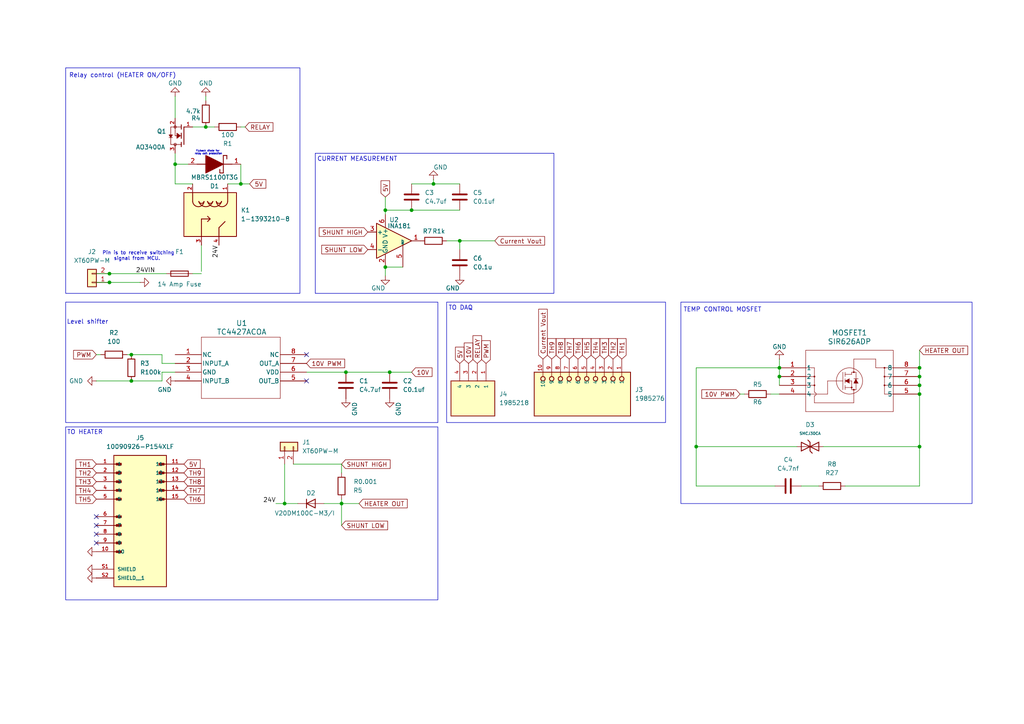
<source format=kicad_sch>
(kicad_sch (version 20250114) (generator "eeschema") (generator_version "9.0")
  (paper "A4")
  (lib_symbols
    (symbol "1-1393210-8:1-1393210-8" (pin_names (offset 1.016))
      (property "Reference" "K" (at -7.6217 8.1298 0))
      (property "Value" "1-1393210-8" (at -7.626 -10.1679 0))
      (symbol "1-1393210-8_0_0"
        (polyline (pts (xy -7.62 5.08) (xy -5.08 5.08)) (stroke (width 0.254)))
        (polyline (pts (xy -7.62 -5.08) (xy -5.08 -5.08)) (stroke (width 0.254)))
        (rectangle (start -7.62 -7.62) (end 5.08 7.62) (stroke (width 0.254)) (fill (type background)))
        (arc (start -5.08 0.762) (mid -3.556 -1.2604) (end -5.08 -3.302) (stroke (width 0.254)))
        (arc (start -5.08 3.302) (mid -3.5407 1.2593) (end -5.08 -0.762) (stroke (width 0.254)))
        (arc (start -5.08 3.302) (mid -4.5085 2.54) (end -5.08 1.778) (stroke (width 0.254)))
        (arc (start -5.08 0.762) (mid -4.5085 0) (end -5.08 -0.762) (stroke (width 0.254)))
        (arc (start -5.08 -1.778) (mid -4.5085 -2.54) (end -5.08 -3.302) (stroke (width 0.254)))
        (arc (start -5.08 5.08) (mid -3.5512 3.4405) (end -5.08 1.778) (stroke (width 0.254)))
        (arc (start -5.08 -1.778) (mid -3.5512 -3.4175) (end -5.08 -5.08) (stroke (width 0.254)))
        (polyline (pts (xy 0 0) (xy -0.762 -0.762)) (stroke (width 0.254)))
        (polyline (pts (xy 0 0) (xy 0.762 -0.762)) (stroke (width 0.254)))
        (polyline (pts (xy 0 -2.54) (xy 0 0)) (stroke (width 0.254)))
        (polyline (pts (xy 2.54 2.54) (xy 0.762 4.318)) (stroke (width 0.254)))
        (polyline (pts (xy 5.08 2.54) (xy 2.54 2.54)) (stroke (width 0.254)))
        (polyline (pts (xy 5.08 -2.54) (xy 0 -2.54)) (stroke (width 0.254)))
        (pin passive line (at -10.16 5.08 0) (length 2.54) (name "~") (number "1"))
        (pin passive line (at -10.16 -5.08 0) (length 2.54) (name "~") (number "2"))
        (pin passive line (at 7.62 2.54 180) (length 2.54) (name "~") (number "4"))
        (pin passive line (at 7.62 -2.54 180) (length 2.54) (name "~") (number "3"))
      )
    )
    (symbol "10090926-P154XLF:10090926-P154XLF" (pin_names (offset 1.016))
      (property "Reference" "J" (at -7.62 19.05 0))
      (property "Value" "10090926-P154XLF" (at -7.62 -22.86 0))
      (symbol "10090926-P154XLF_0_0"
        (polyline (pts (xy -7.62 15.24) (xy -5.715 15.24)) (stroke (width 0.254)))
        (polyline (pts (xy -7.62 12.7) (xy -5.715 12.7)) (stroke (width 0.254)))
        (polyline (pts (xy -7.62 10.16) (xy -5.715 10.16)) (stroke (width 0.254)))
        (polyline (pts (xy -7.62 7.62) (xy -5.715 7.62)) (stroke (width 0.254)))
        (polyline (pts (xy -7.62 5.08) (xy -5.715 5.08)) (stroke (width 0.254)))
        (polyline (pts (xy -7.62 0) (xy -5.715 0)) (stroke (width 0.254)))
        (polyline (pts (xy -7.62 -2.54) (xy -5.715 -2.54)) (stroke (width 0.254)))
        (polyline (pts (xy -7.62 -5.08) (xy -5.715 -5.08)) (stroke (width 0.254)))
        (polyline (pts (xy -7.62 -7.62) (xy -5.715 -7.62)) (stroke (width 0.254)))
        (polyline (pts (xy -7.62 -10.16) (xy -5.715 -10.16)) (stroke (width 0.254)))
        (rectangle (start -7.62 -20.32) (end 7.62 17.78) (stroke (width 0.254)) (fill (type background)))
        (rectangle (start -6.985 14.9225) (end -5.3975 15.5575) (stroke (width 0.1)) (fill (type outline)))
        (rectangle (start -6.985 12.3825) (end -5.3975 13.0175) (stroke (width 0.1)) (fill (type outline)))
        (rectangle (start -6.985 9.8425) (end -5.3975 10.4775) (stroke (width 0.1)) (fill (type outline)))
        (rectangle (start -6.985 7.3025) (end -5.3975 7.9375) (stroke (width 0.1)) (fill (type outline)))
        (rectangle (start -6.985 4.7625) (end -5.3975 5.3975) (stroke (width 0.1)) (fill (type outline)))
        (rectangle (start -6.985 -0.3175) (end -5.3975 0.3175) (stroke (width 0.1)) (fill (type outline)))
        (rectangle (start -6.985 -2.8575) (end -5.3975 -2.2225) (stroke (width 0.1)) (fill (type outline)))
        (rectangle (start -6.985 -5.3975) (end -5.3975 -4.7625) (stroke (width 0.1)) (fill (type outline)))
        (rectangle (start -6.985 -7.9375) (end -5.3975 -7.3025) (stroke (width 0.1)) (fill (type outline)))
        (rectangle (start -6.985 -10.4775) (end -5.3975 -9.8425) (stroke (width 0.1)) (fill (type outline)))
        (rectangle (start 5.3975 14.9225) (end 6.985 15.5575) (stroke (width 0.1)) (fill (type outline)))
        (rectangle (start 5.3975 12.3825) (end 6.985 13.0175) (stroke (width 0.1)) (fill (type outline)))
        (rectangle (start 5.3975 9.8425) (end 6.985 10.4775) (stroke (width 0.1)) (fill (type outline)))
        (rectangle (start 5.3975 7.3025) (end 6.985 7.9375) (stroke (width 0.1)) (fill (type outline)))
        (rectangle (start 5.3975 4.7625) (end 6.985 5.3975) (stroke (width 0.1)) (fill (type outline)))
        (polyline (pts (xy 7.62 15.24) (xy 5.715 15.24)) (stroke (width 0.254)))
        (polyline (pts (xy 7.62 12.7) (xy 5.715 12.7)) (stroke (width 0.254)))
        (polyline (pts (xy 7.62 10.16) (xy 5.715 10.16)) (stroke (width 0.254)))
        (polyline (pts (xy 7.62 7.62) (xy 5.715 7.62)) (stroke (width 0.254)))
        (polyline (pts (xy 7.62 5.08) (xy 5.715 5.08)) (stroke (width 0.254)))
        (pin passive line (at -12.7 15.24 0) (length 5.08) (name "1") (number "1"))
        (pin passive line (at -12.7 12.7 0) (length 5.08) (name "2") (number "2"))
        (pin passive line (at -12.7 10.16 0) (length 5.08) (name "3") (number "3"))
        (pin passive line (at -12.7 7.62 0) (length 5.08) (name "4") (number "4"))
        (pin passive line (at -12.7 5.08 0) (length 5.08) (name "5") (number "5"))
        (pin passive line (at -12.7 0 0) (length 5.08) (name "6") (number "6"))
        (pin passive line (at -12.7 -2.54 0) (length 5.08) (name "7") (number "7"))
        (pin passive line (at -12.7 -5.08 0) (length 5.08) (name "8") (number "8"))
        (pin passive line (at -12.7 -7.62 0) (length 5.08) (name "9") (number "9"))
        (pin passive line (at -12.7 -10.16 0) (length 5.08) (name "10") (number "10"))
        (pin passive line (at -12.7 -15.24 0) (length 5.08) (name "SHIELD") (number "S1"))
        (pin passive line (at -12.7 -17.78 0) (length 5.08) (name "SHIELD__1") (number "S2"))
        (pin passive line (at 12.7 15.24 180) (length 5.08) (name "11") (number "11"))
        (pin passive line (at 12.7 12.7 180) (length 5.08) (name "12") (number "12"))
        (pin passive line (at 12.7 10.16 180) (length 5.08) (name "13") (number "13"))
        (pin passive line (at 12.7 7.62 180) (length 5.08) (name "14") (number "14"))
        (pin passive line (at 12.7 5.08 180) (length 5.08) (name "15") (number "15"))
      )
    )
    (symbol "1985218:1985218" (pin_names (offset 1.016))
      (property "Reference" "J" (at -5.08 8.382 0))
      (property "Value" "1985218" (at -5.08 -7.62 0))
      (symbol "1985218_0_0"
        (rectangle (start -5.08 -5.08) (end 5.08 7.62) (stroke (width 0.254)) (fill (type background)))
        (pin passive line (at -10.16 5.08 0) (length 5.08) (name "1") (number "1"))
        (pin passive line (at -10.16 2.54 0) (length 5.08) (name "2") (number "2"))
        (pin passive line (at -10.16 0 0) (length 5.08) (name "3") (number "3"))
        (pin passive line (at -10.16 -2.54 0) (length 5.08) (name "4") (number "4"))
      )
    )
    (symbol "1985276:1985276" (pin_names (offset 1.016))
      (property "Reference" "J" (at -6.85 15.24 0))
      (property "Value" "1985276" (at -6.35 -15.24 0))
      (symbol "1985276_0_0"
        (rectangle (start -6.35 -12.7) (end 6.35 15.24) (stroke (width 0.254)) (fill (type background)))
        (circle (center -4.445 12.7) (radius 0.635) (stroke (width 0.254)))
        (circle (center -4.445 10.16) (radius 0.635) (stroke (width 0.254)))
        (circle (center -4.445 7.62) (radius 0.635) (stroke (width 0.254)))
        (circle (center -4.445 5.08) (radius 0.635) (stroke (width 0.254)))
        (circle (center -4.445 2.54) (radius 0.635) (stroke (width 0.254)))
        (circle (center -4.445 0) (radius 0.635) (stroke (width 0.254)))
        (circle (center -4.445 -2.54) (radius 0.635) (stroke (width 0.254)))
        (circle (center -4.445 -5.08) (radius 0.635) (stroke (width 0.254)))
        (circle (center -4.445 -7.62) (radius 0.635) (stroke (width 0.254)))
        (circle (center -4.445 -10.16) (radius 0.635) (stroke (width 0.254)))
        (pin passive line (at -10.16 12.7 0) (length 5.08) (name "1") (number "1"))
        (pin passive line (at -10.16 10.16 0) (length 5.08) (name "2") (number "2"))
        (pin passive line (at -10.16 7.62 0) (length 5.08) (name "3") (number "3"))
        (pin passive line (at -10.16 5.08 0) (length 5.08) (name "4") (number "4"))
        (pin passive line (at -10.16 2.54 0) (length 5.08) (name "5") (number "5"))
        (pin passive line (at -10.16 0 0) (length 5.08) (name "6") (number "6"))
        (pin passive line (at -10.16 -2.54 0) (length 5.08) (name "7") (number "7"))
        (pin passive line (at -10.16 -5.08 0) (length 5.08) (name "8") (number "8"))
        (pin passive line (at -10.16 -7.62 0) (length 5.08) (name "9") (number "9"))
        (pin passive line (at -10.16 -10.16 0) (length 5.08) (name "10") (number "10"))
      )
    )
    (symbol "2025-05-30_22-53-46:TC4427ACOA" (pin_names (offset 0.254))
      (property "Reference" "U1" (at 19.304 9.144 0))
      (property "Value" "TC4427ACOA" (at 19.304 6.604 0))
      (symbol "TC4427ACOA_0_1"
        (polyline (pts (xy 7.62 5.08) (xy 7.62 -12.7)) (stroke (width 0.127)))
        (polyline (pts (xy 7.62 -12.7) (xy 30.48 -12.7)) (stroke (width 0.127)))
        (polyline (pts (xy 30.48 5.08) (xy 7.62 5.08)) (stroke (width 0.127)))
        (polyline (pts (xy 30.48 -12.7) (xy 30.48 5.08)) (stroke (width 0.127)))
        (pin unspecified line (at 0 0 0) (length 7.62) (name "NC") (number "1"))
        (pin unspecified line (at 0 -2.54 0) (length 7.62) (name "INPUT_A") (number "2"))
        (pin unspecified line (at 0 -5.08 0) (length 7.62) (name "GND") (number "3"))
        (pin unspecified line (at 0 -7.62 0) (length 7.62) (name "INPUT_B") (number "4"))
        (pin unspecified line (at 38.1 0 180) (length 7.62) (name "NC") (number "8"))
        (pin unspecified line (at 38.1 -2.54 180) (length 7.62) (name "OUT_A") (number "7"))
        (pin unspecified line (at 38.1 -5.08 180) (length 7.62) (name "VDD") (number "6"))
        (pin unspecified line (at 38.1 -7.62 180) (length 7.62) (name "OUT_B") (number "5"))
      )
    )
    (symbol "AO3400A:AO3400A" (pin_names (offset 1.016))
      (property "Reference" "Q" (at -8.89 2.54 0))
      (property "Value" "AO3400A" (at -8.89 -7.62 0))
      (symbol "AO3400A_0_0"
        (polyline (pts (xy 0 2.54) (xy 0 -2.54)) (stroke (width 0.254)))
        (polyline (pts (xy 0.762 3.175) (xy 0.762 2.54)) (stroke (width 0.254)))
        (polyline (pts (xy 0.762 2.54) (xy 0.762 1.905)) (stroke (width 0.254)))
        (polyline (pts (xy 0.762 2.54) (xy 3.81 2.54)) (stroke (width 0.1524)))
        (polyline (pts (xy 0.762 0.762) (xy 0.762 0)) (stroke (width 0.254)))
        (polyline (pts (xy 0.762 0) (xy 0.762 -0.762)) (stroke (width 0.254)))
        (polyline (pts (xy 0.762 0) (xy 2.54 0)) (stroke (width 0.1524)))
        (polyline (pts (xy 0.762 -1.905) (xy 0.762 -3.175)) (stroke (width 0.254)))
        (polyline (pts (xy 1.016 0) (xy 2.032 0.762) (xy 2.032 -0.762) (xy 1.016 0)) (stroke (width 0.1524)) (fill (type outline)))
        (circle (center 2.54 2.54) (radius 0.3592))
        (polyline (pts (xy 2.54 0) (xy 2.54 -2.54)) (stroke (width 0.1524)))
        (circle (center 2.54 -2.54) (radius 0.3592))
        (polyline (pts (xy 3.81 2.54) (xy 3.81 0.508)) (stroke (width 0.1524)))
        (polyline (pts (xy 3.81 0.508) (xy 3.302 0.508)) (stroke (width 0.1524)))
        (polyline (pts (xy 3.81 0.508) (xy 3.81 -2.54)) (stroke (width 0.1524)))
        (polyline (pts (xy 3.81 0.508) (xy 3.302 -0.254) (xy 4.318 -0.254) (xy 3.81 0.508)) (stroke (width 0.1524)) (fill (type outline)))
        (polyline (pts (xy 3.81 -2.54) (xy 0.762 -2.54)) (stroke (width 0.1524)))
        (polyline (pts (xy 4.318 0.508) (xy 3.81 0.508)) (stroke (width 0.1524)))
        (pin passive line (at -2.54 -2.54 0) (length 2.54) (name "~") (number "1"))
        (pin passive line (at 2.54 5.08 270) (length 2.54) (name "~") (number "3"))
        (pin passive line (at 2.54 -5.08 90) (length 2.54) (name "~") (number "2"))
      )
    )
    (symbol "Amplifier_Current:INA181" (pin_names (offset 0.127))
      (property "Reference" "U" (at 3.81 3.81 0))
      (property "Value" "INA181" (at 3.81 -2.54 0))
      (symbol "INA181_0_1"
        (polyline (pts (xy 5.08 0) (xy -5.08 5.08) (xy -5.08 -5.08) (xy 5.08 0)) (stroke (width 0.254)) (fill (type background)))
      )
      (symbol "INA181_1_1"
        (pin input line (at -7.62 2.54 0) (length 2.54) (name "+") (number "3"))
        (pin input line (at -7.62 -2.54 0) (length 2.54) (name "-") (number "4"))
        (pin power_in line (at -2.54 7.62 270) (length 3.81) (name "V+") (number "6"))
        (pin power_in line (at -2.54 -7.62 90) (length 3.81) (name "GND") (number "2"))
        (pin input line (at 2.54 -7.62 90) (length 6.35) (name "REF") (number "5"))
        (pin output line (at 7.62 0 180) (length 2.54) (name "~") (number "1"))
      )
    )
    (symbol "Connector_Generic:Conn_01x02" (pin_names (offset 1.016) (hide yes))
      (property "Reference" "J" (at 0 2.54 0))
      (property "Value" "Conn_01x02" (at 0 -5.08 0))
      (symbol "Conn_01x02_1_1"
        (rectangle (start -1.27 1.27) (end 1.27 -3.81) (stroke (width 0.254)) (fill (type background)))
        (rectangle (start -1.27 0.127) (end 0 -0.127) (stroke (width 0.1524)))
        (rectangle (start -1.27 -2.413) (end 0 -2.667) (stroke (width 0.1524)))
        (pin passive line (at -5.08 0 0) (length 3.81) (name "Pin_1") (number "1"))
        (pin passive line (at -5.08 -2.54 0) (length 3.81) (name "Pin_2") (number "2"))
      )
    )
    (symbol "Device:C" (pin_numbers (hide yes)) (pin_names (offset 0.254))
      (property "Reference" "C" (at 0.635 2.54 0))
      (property "Value" "C" (at 0.635 -2.54 0))
      (symbol "C_0_1"
        (polyline (pts (xy -2.032 0.762) (xy 2.032 0.762)) (stroke (width 0.508)))
        (polyline (pts (xy -2.032 -0.762) (xy 2.032 -0.762)) (stroke (width 0.508)))
      )
      (symbol "C_1_1"
        (pin passive line (at 0 3.81 270) (length 2.794) (name "~") (number "1"))
        (pin passive line (at 0 -3.81 90) (length 2.794) (name "~") (number "2"))
      )
    )
    (symbol "Device:D" (pin_numbers (hide yes)) (pin_names (offset 1.016) (hide yes))
      (property "Reference" "D" (at 0 2.54 0))
      (property "Value" "D" (at 0 -2.54 0))
      (symbol "D_0_1"
        (polyline (pts (xy -1.27 1.27) (xy -1.27 -1.27)) (stroke (width 0.254)))
        (polyline (pts (xy 1.27 1.27) (xy 1.27 -1.27) (xy -1.27 0) (xy 1.27 1.27)) (stroke (width 0.254)))
        (polyline (pts (xy 1.27 0) (xy -1.27 0)))
      )
      (symbol "D_1_1"
        (pin passive line (at -3.81 0 0) (length 2.54) (name "K") (number "1"))
        (pin passive line (at 3.81 0 180) (length 2.54) (name "A") (number "2"))
      )
    )
    (symbol "Device:Fuse" (pin_numbers (hide yes)) (pin_names (offset 0))
      (property "Reference" "F" (at 2.032 0 90))
      (property "Value" "Fuse" (at -1.905 0 90))
      (symbol "Fuse_0_1"
        (rectangle (start -0.762 -2.54) (end 0.762 2.54) (stroke (width 0.254)))
        (polyline (pts (xy 0 2.54) (xy 0 -2.54)))
      )
      (symbol "Fuse_1_1"
        (pin passive line (at 0 3.81 270) (length 1.27) (name "~") (number "1"))
        (pin passive line (at 0 -3.81 90) (length 1.27) (name "~") (number "2"))
      )
    )
    (symbol "Device:R" (pin_numbers (hide yes)) (pin_names (offset 0))
      (property "Reference" "R" (at 2.032 0 90))
      (property "Value" "R" (at 0 0 90))
      (symbol "R_0_1"
        (rectangle (start -1.016 -2.54) (end 1.016 2.54) (stroke (width 0.254)))
      )
      (symbol "R_1_1"
        (pin passive line (at 0 3.81 270) (length 1.27) (name "~") (number "1"))
        (pin passive line (at 0 -3.81 90) (length 1.27) (name "~") (number "2"))
      )
    )
    (symbol "MBRS1100T3G:MBRS1100T3G" (pin_names (hide yes))
      (property "Reference" "D" (at 12.7 8.89 0))
      (property "Value" "MBRS1100T3G" (at 12.7 6.35 0))
      (symbol "MBRS1100T3G_1_1"
        (polyline (pts (xy 5.08 0) (xy 7.62 0)) (stroke (width 0.254)))
        (polyline (pts (xy 6.604 -1.524) (xy 6.604 -2.54)) (stroke (width 0.254)))
        (polyline (pts (xy 7.62 2.54) (xy 7.62 -2.54)) (stroke (width 0.254)))
        (polyline (pts (xy 7.62 2.54) (xy 8.636 2.54)) (stroke (width 0.254)))
        (polyline (pts (xy 7.62 0) (xy 12.7 2.54) (xy 12.7 -2.54) (xy 7.62 0)) (stroke (width 0.254)) (fill (type outline)))
        (polyline (pts (xy 7.62 -2.54) (xy 6.604 -2.54)) (stroke (width 0.254)))
        (polyline (pts (xy 8.636 1.524) (xy 8.636 2.54)) (stroke (width 0.254)))
        (polyline (pts (xy 12.7 0) (xy 15.24 0)) (stroke (width 0.254)))
        (pin passive line (at 2.54 0 0) (length 2.54) (name "K") (number "1"))
        (pin passive line (at 17.78 0 180) (length 2.54) (name "A") (number "2"))
      )
    )
    (symbol "PCM_JLCPCB-Diodes:TVS-Bi,SMCJ30CA" (pin_numbers (hide yes)) (pin_names (offset 0))
      (property "Reference" "D" (at 2.032 0.834 0))
      (property "Value" "SMCJ30CA" (at 2.032 -1.2122 0))
      (symbol "TVS-Bi,SMCJ30CA_0_1"
        (polyline (pts (xy -1.905 -0.635) (xy -1.27 0) (xy 1.27 0) (xy 1.905 0.635)) (stroke (width 0.254)))
        (polyline (pts (xy -1.27 2.54) (xy 0 0) (xy 1.27 2.54) (xy -1.27 2.54)) (stroke (width 0.254)))
        (polyline (pts (xy 1.27 -2.54) (xy 0 0) (xy -1.27 -2.54) (xy 1.27 -2.54)) (stroke (width 0.254)))
      )
      (symbol "TVS-Bi,SMCJ30CA_1_1"
        (pin passive line (at 0 3.81 270) (length 3.81) (name "~") (number "2"))
        (pin passive line (at 0 -3.81 90) (length 3.81) (name "~") (number "1"))
      )
    )
    (symbol "SIR:SIR462DP-T1-GE3" (pin_names (offset 0.254))
      (property "Reference" "MOSFET" (at 20.32 10.16 0))
      (property "Value" "SIR462DP-T1-GE3" (at 20.32 7.62 0))
      (symbol "SIR462DP-T1-GE3_0_1"
        (polyline (pts (xy 7.62 5.08) (xy 7.62 -12.7)) (stroke (width 0.127)))
        (polyline (pts (xy 7.62 0) (xy 10.16 0)) (stroke (width 0.127)))
        (polyline (pts (xy 7.62 -2.54) (xy 10.16 -2.54)) (stroke (width 0.127)))
        (polyline (pts (xy 7.62 -5.08) (xy 10.16 -5.08)) (stroke (width 0.127)))
        (polyline (pts (xy 7.62 -7.62) (xy 13.97 -7.62)) (stroke (width 0.127)))
        (polyline (pts (xy 7.62 -12.7) (xy 33.02 -12.7)) (stroke (width 0.127)))
        (arc (start 10.16 -7.112) (mid 10.6657 -7.62) (end 10.16 -8.128) (stroke (width 0.127)))
        (polyline (pts (xy 10.16 0) (xy 10.16 -7.112)) (stroke (width 0.127)))
        (circle (center 10.16 -2.54) (radius 0.127) (stroke (width 0.254)))
        (circle (center 10.16 -5.08) (radius 0.127) (stroke (width 0.254)))
        (polyline (pts (xy 10.16 -8.128) (xy 10.16 -10.16)) (stroke (width 0.127)))
        (polyline (pts (xy 10.16 -10.16) (xy 21.59 -10.16)) (stroke (width 0.127)))
        (polyline (pts (xy 13.97 -3.81) (xy 18.415 -3.81)) (stroke (width 0.127)))
        (polyline (pts (xy 13.97 -7.62) (xy 13.97 -3.81)) (stroke (width 0.127)))
        (polyline (pts (xy 18.415 -6.35) (xy 18.415 -1.27)) (stroke (width 0.127)))
        (polyline (pts (xy 19.05 -1.905) (xy 20.955 -1.905)) (stroke (width 0.127)))
        (polyline (pts (xy 19.05 -2.54) (xy 19.05 -1.27)) (stroke (width 0.127)))
        (polyline (pts (xy 19.05 -4.445) (xy 19.05 -3.175)) (stroke (width 0.127)))
        (polyline (pts (xy 19.05 -5.715) (xy 20.955 -5.715)) (stroke (width 0.127)))
        (polyline (pts (xy 19.05 -6.35) (xy 19.05 -5.08)) (stroke (width 0.127)))
        (polyline (pts (xy 20.32 -3.175) (xy 19.05 -3.81) (xy 20.32 -4.445)) (fill (type outline)))
        (polyline (pts (xy 20.32 -3.81) (xy 20.955 -3.81)) (stroke (width 0.127)))
        (circle (center 20.32 -3.81) (radius 3.81) (stroke (width 0.127)))
        (polyline (pts (xy 20.955 -1.27) (xy 22.225 -1.27)) (stroke (width 0.127)))
        (polyline (pts (xy 20.955 -1.905) (xy 20.955 -1.27)) (stroke (width 0.127)))
        (circle (center 20.955 -5.715) (radius 0.127) (stroke (width 0.254)))
        (polyline (pts (xy 20.955 -6.35) (xy 20.955 -3.81)) (stroke (width 0.127)))
        (polyline (pts (xy 20.955 -6.35) (xy 22.225 -6.35)) (stroke (width 0.127)))
        (polyline (pts (xy 21.59 2.54) (xy 21.59 -1.27)) (stroke (width 0.127)))
        (circle (center 21.59 -1.27) (radius 0.127) (stroke (width 0.254)))
        (circle (center 21.59 -6.35) (radius 0.127) (stroke (width 0.254)))
        (polyline (pts (xy 21.59 -10.16) (xy 21.59 -6.35)) (stroke (width 0.127)))
        (polyline (pts (xy 22.225 -3.175) (xy 22.225 -1.27)) (stroke (width 0.127)))
        (polyline (pts (xy 22.225 -6.35) (xy 22.225 -4.445)) (stroke (width 0.127)))
        (polyline (pts (xy 22.86 -3.175) (xy 21.59 -3.175)) (stroke (width 0.127)))
        (polyline (pts (xy 22.86 -4.445) (xy 21.59 -4.445) (xy 22.225 -3.175)) (fill (type outline)))
        (polyline (pts (xy 27.94 2.54) (xy 21.59 2.54)) (stroke (width 0.127)))
        (polyline (pts (xy 27.94 0) (xy 27.94 2.54)) (stroke (width 0.127)))
        (circle (center 30.48 0) (radius 0.127) (stroke (width 0.254)))
        (circle (center 30.48 -2.54) (radius 0.127) (stroke (width 0.254)))
        (circle (center 30.48 -5.08) (radius 0.127) (stroke (width 0.254)))
        (polyline (pts (xy 30.48 -7.62) (xy 30.48 0)) (stroke (width 0.127)))
        (polyline (pts (xy 33.02 5.08) (xy 7.62 5.08)) (stroke (width 0.127)))
        (polyline (pts (xy 33.02 0) (xy 27.94 0)) (stroke (width 0.127)))
        (polyline (pts (xy 33.02 -2.54) (xy 30.48 -2.54)) (stroke (width 0.127)))
        (polyline (pts (xy 33.02 -5.08) (xy 30.48 -5.08)) (stroke (width 0.127)))
        (polyline (pts (xy 33.02 -7.62) (xy 30.48 -7.62)) (stroke (width 0.127)))
        (polyline (pts (xy 33.02 -12.7) (xy 33.02 5.08)) (stroke (width 0.127)))
        (pin unspecified line (at 0 0 0) (length 7.62) (name "1") (number "1"))
        (pin unspecified line (at 0 -2.54 0) (length 7.62) (name "2") (number "2"))
        (pin unspecified line (at 0 -5.08 0) (length 7.62) (name "3") (number "3"))
        (pin unspecified line (at 0 -7.62 0) (length 7.62) (name "4") (number "4"))
        (pin unspecified line (at 40.64 0 180) (length 7.62) (name "8") (number "8"))
        (pin unspecified line (at 40.64 -2.54 180) (length 7.62) (name "7") (number "7"))
        (pin unspecified line (at 40.64 -5.08 180) (length 7.62) (name "6") (number "6"))
        (pin unspecified line (at 40.64 -7.62 180) (length 7.62) (name "5") (number "5"))
      )
    )
    (symbol "ScottoKeebs:Placeholder_Resistor" (pin_numbers (hide yes)) (pin_names (offset 0))
      (property "Reference" "R" (at 0 2.032 0))
      (property "Value" "Resistor" (at 0 -2.54 0))
      (symbol "Placeholder_Resistor_0_1"
        (rectangle (start 2.54 -1.016) (end -2.54 1.016) (stroke (width 0.254)))
      )
      (symbol "Placeholder_Resistor_1_1"
        (pin passive line (at -3.81 0 0) (length 1.27) (name "~") (number "1"))
        (pin passive line (at 3.81 0 180) (length 1.27) (name "~") (number "2"))
      )
    )
    (symbol "power:GND" (power) (pin_numbers (hide yes)) (pin_names (offset 0) (hide yes))
      (property "Value" "GND" (at 0 -3.81 0))
      (symbol "GND_0_1"
        (polyline (pts (xy 0 0) (xy 0 -1.27) (xy 1.27 -1.27) (xy 0 -2.54) (xy -1.27 -1.27) (xy 0 -1.27)))
      )
      (symbol "GND_1_1"
        (pin power_in line (at 0 0 270) (length 0) (name "~") (number "1"))
      )
    )
  )
  (rectangle (start 19.05 123.825) (end 127 173.99))
  (rectangle (start 19.05 87.63) (end 127 122.555))
  (rectangle (start 91.44 44.45) (end 160.655 85.09))
  (rectangle (start 19.05 19.685) (end 86.995 85.09))
  (rectangle (start 129.54 87.63) (end 193.04 122.555))
  (rectangle (start 197.485 87.63) (end 281.94 146.05))
  (text "TO HEATER\n" (at 24.638 125.476 0) (effects (font (size 1.27 1.27))))
  (text "Relay control (HEATER ON/OFF)" (at 35.56 21.971 0) (effects (font (size 1.27 1.27))))
  (text "TO DAQ\n" (at 133.604 89.408 0) (effects (font (size 1.27 1.27))))
  (text "Flyback diode for \nrelay coil protection" (at 60.452 44.323 0) (effects (font (size 0.508 0.508))))
  (text "TEMP CONTROL MOSFET\n" (at 209.55 89.916 0) (effects (font (size 1.27 1.27))))
  (text "CURRENT MEASUREMENT\n" (at 103.632 46.228 0) (effects (font (size 1.27 1.27))))
  (text "Level shifter\n" (at 25.4 93.472 0) (effects (font (size 1.27 1.27))))
  (text "Pin is to receive switching\nsignal from MCU. \n" (at 40.132 74.295 0) (effects (font (size 1.016 1.016))))
  (junction (at 31.75 79.375))
  (junction (at 226.06 106.68))
  (junction (at 266.7 109.22))
  (junction (at 201.93 129.54))
  (junction (at 38.1 110.49))
  (junction (at 59.69 36.83))
  (junction (at 266.7 129.54))
  (junction (at 38.1 102.87))
  (junction (at 69.85 53.34))
  (junction (at 111.76 77.47))
  (junction (at 266.7 114.3))
  (junction (at 113.03 107.95))
  (junction (at 100.33 107.95))
  (junction (at 82.55 146.05))
  (junction (at 266.7 106.68))
  (junction (at 266.7 111.76))
  (junction (at 111.76 60.96))
  (junction (at 125.73 53.34))
  (junction (at 50.8 47.625))
  (junction (at 226.06 109.22))
  (junction (at 99.06 146.05))
  (junction (at 31.75 81.915))
  (junction (at 133.35 69.85))
  (junction (at 119.38 60.96))
  (no_connect (at 27.94 149.86))
  (no_connect (at 27.94 152.4))
  (no_connect (at 88.9 102.87))
  (no_connect (at 27.94 157.48))
  (no_connect (at 27.94 154.94))
  (no_connect (at 88.9 110.49))
  (wire (pts (xy 125.73 52.07) (xy 125.73 53.34)))
  (wire (pts (xy 27.94 110.49) (xy 38.1 110.49)))
  (wire (pts (xy 99.06 146.05) (xy 99.06 152.4)))
  (wire (pts (xy 59.69 27.94) (xy 59.69 29.21)))
  (wire (pts (xy 237.49 140.97) (xy 232.41 140.97)))
  (wire (pts (xy 27.94 102.87) (xy 29.21 102.87)))
  (wire (pts (xy 46.99 105.41) (xy 46.99 102.87)))
  (wire (pts (xy 266.7 106.68) (xy 266.7 109.22)))
  (wire (pts (xy 58.42 79.375) (xy 55.88 79.375)))
  (wire (pts (xy 111.76 60.96) (xy 119.38 60.96)))
  (wire (pts (xy 36.83 102.87) (xy 38.1 102.87)))
  (wire (pts (xy 71.12 36.83) (xy 69.85 36.83)))
  (wire (pts (xy 50.8 44.45) (xy 50.8 47.625)))
  (wire (pts (xy 54.61 47.625) (xy 50.8 47.625)))
  (wire (pts (xy 201.93 140.97) (xy 201.93 129.54)))
  (wire (pts (xy 201.93 129.54) (xy 231.14 129.54)))
  (wire (pts (xy 125.73 53.34) (xy 133.35 53.34)))
  (wire (pts (xy 226.06 104.14) (xy 226.06 106.68)))
  (wire (pts (xy 226.06 109.22) (xy 226.06 111.76)))
  (wire (pts (xy 111.76 60.96) (xy 111.76 62.23)))
  (wire (pts (xy 266.7 101.6) (xy 266.7 106.68)))
  (wire (pts (xy 223.52 114.3) (xy 226.06 114.3)))
  (wire (pts (xy 38.1 102.87) (xy 46.99 102.87)))
  (wire (pts (xy 46.99 107.95) (xy 50.8 107.95)))
  (wire (pts (xy 113.03 107.95) (xy 100.33 107.95)))
  (wire (pts (xy 93.98 146.05) (xy 99.06 146.05)))
  (wire (pts (xy 66.04 53.34) (xy 69.85 53.34)))
  (wire (pts (xy 31.75 79.375) (xy 48.26 79.375)))
  (wire (pts (xy 100.33 107.95) (xy 88.9 107.95)))
  (wire (pts (xy 224.79 140.97) (xy 201.93 140.97)))
  (wire (pts (xy 31.75 81.915) (xy 40.64 81.915)))
  (wire (pts (xy 69.85 53.34) (xy 72.39 53.34)))
  (wire (pts (xy 111.76 77.47) (xy 116.84 77.47)))
  (wire (pts (xy 27.94 81.915) (xy 31.75 81.915)))
  (wire (pts (xy 62.23 36.83) (xy 59.69 36.83)))
  (wire (pts (xy 50.8 105.41) (xy 46.99 105.41)))
  (wire (pts (xy 69.85 47.625) (xy 69.85 53.34)))
  (wire (pts (xy 50.8 27.94) (xy 50.8 34.29)))
  (wire (pts (xy 27.94 79.375) (xy 31.75 79.375)))
  (wire (pts (xy 50.8 47.625) (xy 50.8 53.34)))
  (wire (pts (xy 38.1 110.49) (xy 46.99 110.49)))
  (wire (pts (xy 133.35 69.85) (xy 143.51 69.85)))
  (wire (pts (xy 85.09 134.62) (xy 99.06 134.62)))
  (wire (pts (xy 201.93 106.68) (xy 226.06 106.68)))
  (wire (pts (xy 99.06 146.05) (xy 104.14 146.05)))
  (wire (pts (xy 99.06 134.62) (xy 99.06 137.16)))
  (wire (pts (xy 266.7 114.3) (xy 266.7 129.54)))
  (wire (pts (xy 111.76 80.01) (xy 111.76 77.47)))
  (wire (pts (xy 59.69 36.83) (xy 55.88 36.83)))
  (wire (pts (xy 133.35 69.85) (xy 133.35 72.39)))
  (wire (pts (xy 129.54 69.85) (xy 133.35 69.85)))
  (wire (pts (xy 245.11 140.97) (xy 266.7 140.97)))
  (wire (pts (xy 119.38 107.95) (xy 113.03 107.95)))
  (wire (pts (xy 226.06 106.68) (xy 226.06 109.22)))
  (wire (pts (xy 238.76 129.54) (xy 266.7 129.54)))
  (wire (pts (xy 46.99 110.49) (xy 46.99 107.95)))
  (wire (pts (xy 266.7 109.22) (xy 266.7 111.76)))
  (wire (pts (xy 82.55 146.05) (xy 86.36 146.05)))
  (wire (pts (xy 214.63 114.3) (xy 215.9 114.3)))
  (wire (pts (xy 266.7 111.76) (xy 266.7 114.3)))
  (wire (pts (xy 80.01 146.05) (xy 82.55 146.05)))
  (wire (pts (xy 82.55 134.62) (xy 82.55 146.05)))
  (wire (pts (xy 111.76 57.15) (xy 111.76 60.96)))
  (wire (pts (xy 99.06 144.78) (xy 99.06 146.05)))
  (wire (pts (xy 119.38 53.34) (xy 125.73 53.34)))
  (wire (pts (xy 58.42 71.12) (xy 58.42 78.74)))
  (wire (pts (xy 201.93 106.68) (xy 201.93 129.54)))
  (wire (pts (xy 266.7 129.54) (xy 266.7 140.97)))
  (wire (pts (xy 50.8 53.34) (xy 55.88 53.34)))
  (wire (pts (xy 119.38 60.96) (xy 133.35 60.96)))
  (label "24VIN" (at 39.37 79.375 0))
  (label "24V" (at 80.01 146.05 180))
  (label "24V" (at 63.5 71.12 270))
  (global_label "TH3" (shape input) (at 175.26 104.14 90) (property "Intersheetrefs" "${INTERSHEET_REFS}" (effects (hide yes))))
  (global_label "TH5" (shape input) (at 170.18 104.14 90) (property "Intersheetrefs" "${INTERSHEET_REFS}" (effects (hide yes))))
  (global_label "5V" (shape input) (at 133.35 105.41 90) (property "Intersheetrefs" "${INTERSHEET_REFS}" (effects (hide yes))))
  (global_label "TH3" (shape input) (at 27.94 139.7 180) (property "Intersheetrefs" "${INTERSHEET_REFS}" (effects (hide yes))))
  (global_label "TH9" (shape input) (at 160.02 104.14 90) (property "Intersheetrefs" "${INTERSHEET_REFS}" (effects (hide yes))))
  (global_label "Current Vout" (shape input) (at 157.48 104.14 90) (property "Intersheetrefs" "${INTERSHEET_REFS}" (effects (hide yes))))
  (global_label "SHUNT LOW" (shape input) (at 106.68 72.39 180) (property "Intersheetrefs" "${INTERSHEET_REFS}" (effects (hide yes))))
  (global_label "10V" (shape input) (at 135.89 105.41 90) (property "Intersheetrefs" "${INTERSHEET_REFS}" (effects (hide yes))))
  (global_label "SHUNT HIGH" (shape input) (at 106.68 67.31 180) (property "Intersheetrefs" "${INTERSHEET_REFS}" (effects (hide yes))))
  (global_label "TH4" (shape input) (at 27.94 142.24 180) (property "Intersheetrefs" "${INTERSHEET_REFS}" (effects (hide yes))))
  (global_label "TH5" (shape input) (at 27.94 144.78 180) (property "Intersheetrefs" "${INTERSHEET_REFS}" (effects (hide yes))))
  (global_label "PWM" (shape input) (at 140.97 105.41 90) (property "Intersheetrefs" "${INTERSHEET_REFS}" (effects (hide yes))))
  (global_label "TH4" (shape input) (at 172.72 104.14 90) (property "Intersheetrefs" "${INTERSHEET_REFS}" (effects (hide yes))))
  (global_label "SHUNT LOW" (shape input) (at 99.06 152.4 0) (property "Intersheetrefs" "${INTERSHEET_REFS}" (effects (hide yes))))
  (global_label "5V" (shape input) (at 53.34 134.62 0) (property "Intersheetrefs" "${INTERSHEET_REFS}" (effects (hide yes))))
  (global_label "TH6" (shape input) (at 53.34 144.78 0) (property "Intersheetrefs" "${INTERSHEET_REFS}" (effects (hide yes))))
  (global_label "TH8" (shape input) (at 162.56 104.14 90) (property "Intersheetrefs" "${INTERSHEET_REFS}" (effects (hide yes))))
  (global_label "5V" (shape input) (at 72.39 53.34 0) (property "Intersheetrefs" "${INTERSHEET_REFS}" (effects (hide yes))))
  (global_label "TH7" (shape input) (at 165.1 104.14 90) (property "Intersheetrefs" "${INTERSHEET_REFS}" (effects (hide yes))))
  (global_label "TH7" (shape input) (at 53.34 142.24 0) (property "Intersheetrefs" "${INTERSHEET_REFS}" (effects (hide yes))))
  (global_label "RELAY" (shape input) (at 138.43 105.41 90) (property "Intersheetrefs" "${INTERSHEET_REFS}" (effects (hide yes))))
  (global_label "TH2" (shape input) (at 177.8 104.14 90) (property "Intersheetrefs" "${INTERSHEET_REFS}" (effects (hide yes))))
  (global_label "5V" (shape input) (at 111.76 57.15 90) (property "Intersheetrefs" "${INTERSHEET_REFS}" (effects (hide yes))))
  (global_label "HEATER OUT" (shape input) (at 104.14 146.05 0) (property "Intersheetrefs" "${INTERSHEET_REFS}" (effects (hide yes))))
  (global_label "RELAY" (shape input) (at 71.12 36.83 0) (property "Intersheetrefs" "${INTERSHEET_REFS}" (effects (hide yes))))
  (global_label "10V PWM" (shape input) (at 88.9 105.41 0) (property "Intersheetrefs" "${INTERSHEET_REFS}" (effects (hide yes))))
  (global_label "TH9" (shape input) (at 53.34 137.16 0) (property "Intersheetrefs" "${INTERSHEET_REFS}" (effects (hide yes))))
  (global_label "SHUNT HIGH" (shape input) (at 99.06 134.62 0) (property "Intersheetrefs" "${INTERSHEET_REFS}" (effects (hide yes))))
  (global_label "TH2" (shape input) (at 27.94 137.16 180) (property "Intersheetrefs" "${INTERSHEET_REFS}" (effects (hide yes))))
  (global_label "TH1" (shape input) (at 180.34 104.14 90) (property "Intersheetrefs" "${INTERSHEET_REFS}" (effects (hide yes))))
  (global_label "10V PWM" (shape input) (at 214.63 114.3 180) (property "Intersheetrefs" "${INTERSHEET_REFS}" (effects (hide yes))))
  (global_label "TH1" (shape input) (at 27.94 134.62 180) (property "Intersheetrefs" "${INTERSHEET_REFS}" (effects (hide yes))))
  (global_label "10V" (shape input) (at 119.38 107.95 0) (property "Intersheetrefs" "${INTERSHEET_REFS}" (effects (hide yes))))
  (global_label "PWM" (shape input) (at 27.94 102.87 180) (property "Intersheetrefs" "${INTERSHEET_REFS}" (effects (hide yes))))
  (global_label "HEATER OUT" (shape input) (at 266.7 101.6 0) (property "Intersheetrefs" "${INTERSHEET_REFS}" (effects (hide yes))))
  (global_label "TH6" (shape input) (at 167.64 104.14 90) (property "Intersheetrefs" "${INTERSHEET_REFS}" (effects (hide yes))))
  (global_label "TH8" (shape input) (at 53.34 139.7 0) (property "Intersheetrefs" "${INTERSHEET_REFS}" (effects (hide yes))))
  (global_label "Current Vout" (shape input) (at 143.51 69.85 0) (property "Intersheetrefs" "${INTERSHEET_REFS}" (effects (hide yes))))
  (symbol (lib_id "power:GND") (at 133.35 80.01 0) (unit 1)
    (property "Reference" "#PWR014" (effects (hide yes)))
    (property "Value" "GND" (at 133.35 83.566 0) (effects (justify right)))
    (property "Description" "Power symbol creates a global label with name \"GND\" , ground" (effects (hide yes)))
  )
  (symbol (lib_id "power:GND") (at 100.33 115.57 0) (unit 1)
    (property "Reference" "#PWR010" (effects (hide yes)))
    (property "Value" "GND" (at 102.87 116.586 90) (effects (justify right)))
    (property "Description" "Power symbol creates a global label with name \"GND\" , ground" (effects (hide yes)))
  )
  (symbol (lib_id "Device:C") (at 133.35 57.15 0) (unit 1)
    (property "Reference" "C5" (at 137.16 55.8799 0) (effects (justify left)))
    (property "Value" "C0.1uf" (at 137.16 58.4199 0) (effects (justify left)))
    (property "Footprint" "Capacitor_SMD:C_0805_2012Metric" (effects (hide yes)))
    (property "Description" "Unpolarized capacitor" (effects (hide yes)))
  )
  (symbol (lib_id "Device:R") (at 241.3 140.97 90) (unit 1)
    (property "Reference" "R8" (at 241.3 134.62 90))
    (property "Value" "R27" (at 241.3 137.16 90))
    (property "Description" "Resistor" (effects (hide yes)))
  )
  (symbol (lib_id "Device:D") (at 90.17 146.05 0) (unit 1)
    (property "Reference" "D2" (at 90.17 143.002 0))
    (property "Value" "V20DM100C-M3/I" (at 88.392 148.844 0))
    (property "Footprint" "Package_TO_SOT_SMD:TO-263-2" (effects (hide yes)))
    (property "Description" "Diode" (effects (hide yes)))
    (property "Sim.Device" "D" (effects (hide yes)))
    (property "Sim.Pins" "1=K 2=A" (effects (hide yes)))
  )
  (symbol (lib_id "power:GND") (at 59.69 27.94 180) (unit 1)
    (property "Reference" "#PWR09" (effects (hide yes)))
    (property "Value" "GND" (at 59.69 24.13 0))
    (property "Description" "Power symbol creates a global label with name \"GND\" , ground" (effects (hide yes)))
  )
  (symbol (lib_id "Device:R") (at 125.73 69.85 270) (unit 1)
    (property "Reference" "R7" (at 123.952 67.056 90))
    (property "Value" "R1k" (at 127.254 67.056 90))
    (property "Footprint" "Resistor_SMD:R_0805_2012Metric" (effects (hide yes)))
    (property "Description" "Resistor" (effects (hide yes)))
  )
  (symbol (lib_id "Device:C") (at 119.38 57.15 0) (unit 1)
    (property "Reference" "C3" (at 123.19 55.8799 0) (effects (justify left)))
    (property "Value" "C4.7uf" (at 123.19 58.4199 0) (effects (justify left)))
    (property "Footprint" "Capacitor_SMD:C_0805_2012Metric" (effects (hide yes)))
    (property "Description" "Unpolarized capacitor" (effects (hide yes)))
  )
  (symbol (lib_id "1985276:1985276") (at 167.64 114.3 270) (unit 1)
    (property "Reference" "J3" (at 184.15 113.0299 90) (effects (justify left)))
    (property "Value" "1985276" (at 184.15 115.5699 90) (effects (justify left)))
    (property "Footprint" "01x12 connnector:PHOENIX_1985276" (effects (hide yes)))
    (property "MANUFACTURER" "PHOENIX" (effects (hide yes)))
  )
  (symbol (lib_id "Device:C") (at 133.35 76.2 0) (unit 1)
    (property "Reference" "C6" (at 137.16 74.9299 0) (effects (justify left)))
    (property "Value" "C0.1u" (at 137.16 77.4699 0) (effects (justify left)))
    (property "Footprint" "Capacitor_SMD:C_0805_2012Metric" (effects (hide yes)))
    (property "Description" "Unpolarized capacitor" (effects (hide yes)))
  )
  (symbol (lib_id "power:GND") (at 27.94 165.1 270) (unit 1)
    (property "Reference" "#PWR05" (effects (hide yes)))
    (property "Value" "GND" (effects (hide yes)))
    (property "Description" "Power symbol creates a global label with name \"GND\" , ground" (effects (hide yes)))
  )
  (symbol (lib_id "PCM_JLCPCB-Diodes:TVS-Bi,SMCJ30CA") (at 234.95 129.54 90) (unit 1)
    (property "Reference" "D3" (at 234.95 123.19 90))
    (property "Value" "SMCJ30CA" (at 234.95 125.73 90) (effects (font (size 0.8 0.8))))
    (property "Footprint" "PCM_JLCPCB:D_SMC" (effects (hide yes)))
    (property "Datasheet" "https://wmsc.lcsc.com/wmsc/upload/file/pdf/v2/lcsc/2312221742_hongjiacheng-SMCJ30CA_C19077607.pdf" (effects (hide yes)))
    (property "Description" "31A 48.4V 1.5kW 36.8V Bidirectional 30V SMC ESD and Surge Protection (TVS/ESD) ROHS" (effects (hide yes)))
    (property "LCSC" "C19077607" (effects (hide yes)))
    (property "Stock" "32220" (effects (hide yes)))
    (property "Price" "0.106USD" (effects (hide yes)))
    (property "Process" "SMT" (effects (hide yes)))
    (property "Minimum Qty" "2" (effects (hide yes)))
    (property "Attrition Qty" "0" (effects (hide yes)))
    (property "Class" "Preferred Component" (effects (hide yes)))
    (property "Category" "TVS/Fuse/Board Level Protection,Electrostatic And Surge Protection (TVS/ESD)" (effects (hide yes)))
    (property "Manufacturer" "hongjiacheng" (effects (hide yes)))
    (property "Part" "SMCJ30CA" (effects (hide yes)))
  )
  (symbol (lib_id "1-1393210-8:1-1393210-8") (at 60.96 63.5 270) (unit 1)
    (property "Reference" "K1" (at 69.85 60.9599 90) (effects (justify left)))
    (property "Value" "1-1393210-8" (at 69.85 63.4999 90) (effects (justify left)))
    (property "Footprint" "T9AS1D12_24:RELAY_1-1393210-8" (effects (hide yes)))
    (property "PARTREV" "0815" (effects (hide yes)))
    (property "STANDARD" "Manufacturer Recommendations" (effects (hide yes)))
    (property "MANUFACTURER" "TE connectivity" (effects (hide yes)))
  )
  (symbol (lib_id "MBRS1100T3G:MBRS1100T3G") (at 72.39 47.625 180) (unit 1)
    (property "Reference" "D1" (at 62.23 53.975 0))
    (property "Value" "MBRS1100T3G" (at 62.23 51.435 0))
    (property "Footprint" "MBRS1100T3G:DIOM5436X247N" (effects (hide yes)))
    (property "Datasheet" "https://www.onsemi.com/pub/Collateral/MBRS1100T3-D.PDF" (effects (hide yes)))
    (property "Description" "Weight: 95 mg (approximately); Rectangular Package for Automated Handling; Case: Epoxy, Molded; Markings: MBRS190T3: B19 MBRS1100T3: B1C; Cathode Polarity Band; Lead and Mounting Surface Temperature for Soldering Purposes: 260C Max. for 10 Seconds; Shipped in 12 mm Tape and Reel, 2500 units per reel; 150C Operating Junction Temperature; Finish: All External Surfaces Corrosion Resistant and Terminal Leads are Readily Solderable; Small Compact Surface Mountable Package with J-Bend Leads; Highly Stable Oxide" (effects (hide yes)))
    (property "Height" "2.47" (effects (hide yes)))
    (property "Mouser Part Number" "863-MBRS1100T3G" (effects (hide yes)))
    (property "Mouser Price/Stock" "https://www.mouser.co.uk/ProductDetail/onsemi/MBRS1100T3G?qs=3JMERSakebpsze4F2qcnhA%3D%3D" (effects (hide yes)))
    (property "Manufacturer_Name" "onsemi" (effects (hide yes)))
    (property "Manufacturer_Part_Number" "MBRS1100T3G" (effects (hide yes)))
  )
  (symbol (lib_id "Device:R") (at 219.71 114.3 270) (unit 1)
    (property "Reference" "R6" (at 219.71 116.586 90))
    (property "Value" "R5" (at 219.71 111.506 90))
    (property "Footprint" "Resistor_SMD:R_0805_2012Metric" (effects (hide yes)))
    (property "Description" "Resistor" (effects (hide yes)))
  )
  (symbol (lib_id "AO3400A:AO3400A") (at 53.34 39.37 180) (unit 1)
    (property "Reference" "Q1" (at 48.26 38.0999 0) (effects (justify left)))
    (property "Value" "AO3400A" (at 39.37 42.672 0) (effects (justify right)))
    (property "Footprint" "AO3400A (1):SOT95P280X125-3N" (effects (hide yes)))
    (property "PARTREV" "L" (effects (hide yes)))
    (property "STANDARD" "IPC 7351B" (effects (hide yes)))
    (property "MAXIMUM_PACKAGE_HEIGHT" "1.25 mm" (effects (hide yes)))
    (property "MANUFACTURER" "Alpha & Omega Semiconductor" (effects (hide yes)))
  )
  (symbol (lib_id "Device:Fuse") (at 52.07 79.375 90) (unit 1)
    (property "Reference" "F1" (at 52.07 73.025 90))
    (property "Value" "14 Amp Fuse" (at 52.07 82.423 90))
    (property "Footprint" "FUSE_0697H9200:FUSRR508W60L835T400H810" (effects (hide yes)))
    (property "Description" "Fuse" (effects (hide yes)))
  )
  (symbol (lib_id "Device:C") (at 100.33 111.76 0) (unit 1)
    (property "Reference" "C1" (at 104.14 110.4899 0) (effects (justify left)))
    (property "Value" "C4.7uf" (at 104.14 113.0299 0) (effects (justify left)))
    (property "Footprint" "Capacitor_SMD:C_0805_2012Metric" (effects (hide yes)))
    (property "Description" "Unpolarized capacitor" (effects (hide yes)))
  )
  (symbol (lib_id "10090926-P154XLF:10090926-P154XLF") (at 40.64 149.86 0) (unit 1)
    (property "Reference" "J5" (at 40.64 127 0))
    (property "Value" "10090926-P154XLF" (at 40.64 129.54 0))
    (property "Footprint" "10090926_P154XLF:AMPHENOL_10090926-P154XLF" (effects (hide yes)))
    (property "PARTREV" "H" (effects (hide yes)))
    (property "STANDARD" "Manufacturer Recommendations" (effects (hide yes)))
    (property "SNAPEDA_PN" "10090926-P154XLF" (effects (hide yes)))
    (property "MAXIMUM_PACKAGE_HEIGHT" "12.7mm" (effects (hide yes)))
    (property "MANUFACTURER" "Amphenol" (effects (hide yes)))
  )
  (symbol (lib_id "Device:R") (at 38.1 106.68 0) (unit 1)
    (property "Reference" "R3" (at 40.64 105.4099 0) (effects (justify left)))
    (property "Value" "R100k" (at 40.64 107.9499 0) (effects (justify left)))
    (property "Footprint" "Resistor_SMD:R_0805_2012Metric" (effects (hide yes)))
    (property "Description" "Resistor" (effects (hide yes)))
  )
  (symbol (lib_id "SIR:SIR462DP-T1-GE3") (at 226.06 106.68 0) (unit 1)
    (property "Reference" "MOSFET1" (at 246.38 96.52 0) (effects (font (size 1.524 1.524))))
    (property "Value" "SIR626ADP" (at 246.38 99.06 0) (effects (font (size 1.524 1.524))))
    (property "Footprint" "SIR462DP:POWERPAK_SO-8_SINGLE_VIS" (effects (hide yes)))
    (property "Datasheet" "SIR462DP-T1-GE3" (effects (hide yes)))
  )
  (symbol (lib_id "power:GND") (at 111.76 80.01 0) (unit 1)
    (property "Reference" "#PWR012" (effects (hide yes)))
    (property "Value" "GND" (at 111.76 83.566 0) (effects (justify right)))
    (property "Description" "Power symbol creates a global label with name \"GND\" , ground" (effects (hide yes)))
  )
  (symbol (lib_id "2025-05-30_22-53-46:TC4427ACOA") (at 50.8 102.87 0) (unit 1)
    (property "Reference" "U1" (at 70.104 93.726 0) (effects (font (size 1.524 1.524))))
    (property "Value" "TC4427ACOA" (at 70.104 96.266 0) (effects (font (size 1.524 1.524))))
    (property "Footprint" "TC4427:SOIC8-N_MC_MCH" (effects (hide yes)))
    (property "Datasheet" "TC4427ACOA" (effects (hide yes)))
  )
  (symbol (lib_id "Device:R") (at 59.69 33.02 180) (unit 1)
    (property "Reference" "R4" (at 58.166 34.29 0) (effects (justify left)))
    (property "Value" "4.7k" (at 58.166 32.258 0) (effects (justify left)))
    (property "Footprint" "Resistor_SMD:R_0805_2012Metric" (effects (hide yes)))
    (property "Description" "Resistor" (effects (hide yes)))
  )
  (symbol (lib_id "Amplifier_Current:INA181") (at 114.3 69.85 0) (unit 1)
    (property "Reference" "U2" (at 114.3 63.754 0))
    (property "Value" "INA181" (at 115.824 65.532 0))
    (property "Footprint" "Package_TO_SOT_SMD:SOT-23-6" (effects (hide yes)))
    (property "Datasheet" "http://www.ti.com/lit/ds/symlink/ina181.pdf" (effects (hide yes)))
    (property "Description" "Bidirectional, Low- and High-Side Voltage Output, Current-Sense Amplifier, SOT-23-6" (effects (hide yes)))
  )
  (symbol (lib_id "power:GND") (at 40.64 81.915 90) (unit 1)
    (property "Reference" "#PWR04" (effects (hide yes)))
    (property "Value" "GND" (effects (hide yes)))
    (property "Description" "Power symbol creates a global label with name \"GND\" , ground" (effects (hide yes)))
  )
  (symbol (lib_id "ScottoKeebs:Placeholder_Resistor") (at 66.04 36.83 180) (unit 1)
    (property "Reference" "R1" (at 66.04 41.656 0))
    (property "Value" "100" (at 66.04 39.116 0))
    (property "Footprint" "Resistor_SMD:R_0805_2012Metric" (effects (hide yes)))
    (property "Description" "Resistor" (effects (hide yes)))
  )
  (symbol (lib_id "power:GND") (at 27.94 160.02 270) (unit 1)
    (property "Reference" "#PWR07" (effects (hide yes)))
    (property "Value" "GND" (effects (hide yes)))
    (property "Description" "Power symbol creates a global label with name \"GND\" , ground" (effects (hide yes)))
  )
  (symbol (lib_id "power:GND") (at 50.8 27.94 180) (unit 1)
    (property "Reference" "#PWR02" (effects (hide yes)))
    (property "Value" "GND" (at 50.8 24.13 0))
    (property "Description" "Power symbol creates a global label with name \"GND\" , ground" (effects (hide yes)))
  )
  (symbol (lib_id "power:GND") (at 50.8 110.49 270) (unit 1)
    (property "Reference" "#PWR08" (effects (hide yes)))
    (property "Value" "GND" (at 49.784 113.03 90) (effects (justify right)))
    (property "Description" "Power symbol creates a global label with name \"GND\" , ground" (effects (hide yes)))
  )
  (symbol (lib_id "Connector_Generic:Conn_01x02") (at 82.55 129.54 90) (unit 1)
    (property "Reference" "J1" (at 87.63 128.2699 90) (effects (justify right)))
    (property "Value" "XT60PW-M" (at 87.63 130.8099 90) (effects (justify right)))
    (property "Footprint" "XT60PW-M:AMASS_XT60PW-M" (effects (hide yes)))
    (property "Description" "Generic connector, single row, 01x02, script generated (kicad-library-utils/schlib/autogen/connector/)" (effects (hide yes)))
  )
  (symbol (lib_id "ScottoKeebs:Placeholder_Resistor") (at 33.02 102.87 0) (unit 1)
    (property "Reference" "R2" (at 33.02 96.52 0))
    (property "Value" "100" (at 33.02 99.06 0))
    (property "Footprint" "Resistor_SMD:R_0805_2012Metric" (effects (hide yes)))
    (property "Description" "Resistor" (effects (hide yes)))
  )
  (symbol (lib_id "Device:C") (at 228.6 140.97 270) (unit 1)
    (property "Reference" "C4" (at 228.6 133.35 90))
    (property "Value" "C4.7nf" (at 228.6 135.89 90))
    (property "Description" "Unpolarized capacitor" (effects (hide yes)))
  )
  (symbol (lib_id "Device:R") (at 99.06 140.97 180) (unit 1)
    (property "Reference" "R5" (at 105.156 142.24 0) (effects (justify left)))
    (property "Value" "R0.001" (at 109.474 139.7 0) (effects (justify left)))
    (property "Footprint" "CRE2512_FZ_R001E_2 (1):RESC6432X90N" (effects (hide yes)))
    (property "Description" "Resistor" (effects (hide yes)))
  )
  (symbol (lib_id "power:GND") (at 125.73 52.07 180) (unit 1)
    (property "Reference" "#PWR013" (effects (hide yes)))
    (property "Value" "GND" (at 125.73 48.514 0) (effects (justify right)))
    (property "Description" "Power symbol creates a global label with name \"GND\" , ground" (effects (hide yes)))
  )
  (symbol (lib_id "power:GND") (at 27.94 110.49 270) (unit 1)
    (property "Reference" "#PWR01" (effects (hide yes)))
    (property "Value" "GND" (at 24.13 110.4899 90) (effects (justify right)))
    (property "Description" "Power symbol creates a global label with name \"GND\" , ground" (effects (hide yes)))
  )
  (symbol (lib_id "1985218:1985218") (at 135.89 115.57 270) (unit 1)
    (property "Reference" "J4" (at 144.78 114.2999 90) (effects (justify left)))
    (property "Value" "1985218" (at 144.78 116.8399 90) (effects (justify left)))
    (property "Footprint" "1985218:TE_1985218" (effects (hide yes)))
    (property "PARTREV" "29.03.2021" (effects (hide yes)))
    (property "STANDARD" "Manufacturer Recommendations" (effects (hide yes)))
    (property "MAXIMUM_PACKAGE_HEIGHT" "13.1mm" (effects (hide yes)))
    (property "MANUFACTURER" "TE Connectivity" (effects (hide yes)))
  )
  (symbol (lib_id "Device:C") (at 113.03 111.76 0) (unit 1)
    (property "Reference" "C2" (at 116.84 110.4899 0) (effects (justify left)))
    (property "Value" "C0.1uf" (at 116.84 113.0299 0) (effects (justify left)))
    (property "Footprint" "Capacitor_SMD:C_0805_2012Metric" (effects (hide yes)))
    (property "Description" "Unpolarized capacitor" (effects (hide yes)))
  )
  (symbol (lib_id "power:GND") (at 27.94 167.64 270) (unit 1)
    (property "Reference" "#PWR06" (effects (hide yes)))
    (property "Value" "GND" (effects (hide yes)))
    (property "Description" "Power symbol creates a global label with name \"GND\" , ground" (effects (hide yes)))
  )
  (symbol (lib_id "Connector_Generic:Conn_01x02") (at 26.67 81.915 180) (unit 1)
    (property "Reference" "J2" (at 26.67 73.025 0))
    (property "Value" "XT60PW-M" (at 26.67 75.565 0))
    (property "Footprint" "XT60PW-M:AMASS_XT60PW-M" (effects (hide yes)))
    (property "Description" "Generic connector, single row, 01x02, script generated (kicad-library-utils/schlib/autogen/connector/)" (effects (hide yes)))
  )
  (symbol (lib_id "power:GND") (at 113.03 115.57 0) (unit 1)
    (property "Reference" "#PWR011" (effects (hide yes)))
    (property "Value" "GND" (at 115.57 116.586 90) (effects (justify right)))
    (property "Description" "Power symbol creates a global label with name \"GND\" , ground" (effects (hide yes)))
  )
  (symbol (lib_id "power:GND") (at 226.06 104.14 180) (unit 1)
    (property "Reference" "#PWR03" (effects (hide yes)))
    (property "Value" "GND" (at 224.028 100.584 0) (effects (justify right)))
    (property "Description" "Power symbol creates a global label with name \"GND\" , ground" (effects (hide yes)))
  )
)
</source>
